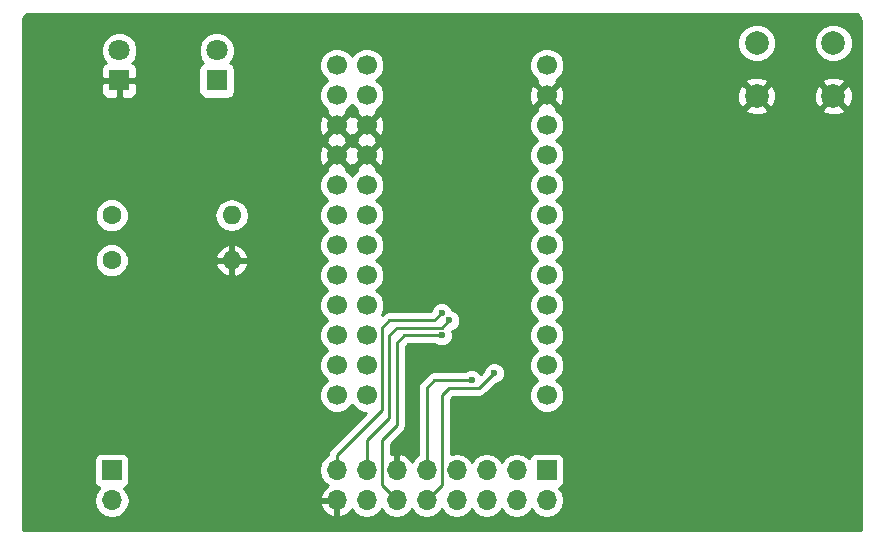
<source format=gbl>
G04 #@! TF.FileFunction,Copper,L2,Bot,Signal*
%FSLAX46Y46*%
G04 Gerber Fmt 4.6, Leading zero omitted, Abs format (unit mm)*
G04 Created by KiCad (PCBNEW 4.0.7) date 01/27/20 22:56:50*
%MOMM*%
%LPD*%
G01*
G04 APERTURE LIST*
%ADD10C,0.100000*%
%ADD11R,1.800000X1.800000*%
%ADD12C,1.800000*%
%ADD13R,1.700000X1.700000*%
%ADD14O,1.700000X1.700000*%
%ADD15C,1.600000*%
%ADD16O,1.600000X1.600000*%
%ADD17C,2.000000*%
%ADD18C,1.700000*%
%ADD19C,0.600000*%
%ADD20C,0.250000*%
%ADD21C,0.254000*%
G04 APERTURE END LIST*
D10*
D11*
X126365000Y-105410000D03*
D12*
X126365000Y-102870000D03*
D11*
X134620000Y-105410000D03*
D12*
X134620000Y-102870000D03*
D13*
X162560000Y-138430000D03*
D14*
X162560000Y-140970000D03*
X160020000Y-138430000D03*
X160020000Y-140970000D03*
X157480000Y-138430000D03*
X157480000Y-140970000D03*
X154940000Y-138430000D03*
X154940000Y-140970000D03*
X152400000Y-138430000D03*
X152400000Y-140970000D03*
X149860000Y-138430000D03*
X149860000Y-140970000D03*
X147320000Y-138430000D03*
X147320000Y-140970000D03*
X144780000Y-138430000D03*
X144780000Y-140970000D03*
D15*
X125730000Y-116840000D03*
D16*
X135890000Y-116840000D03*
D15*
X125730000Y-120650000D03*
D16*
X135890000Y-120650000D03*
D17*
X180340000Y-106735000D03*
X180340000Y-102235000D03*
X186840000Y-106735000D03*
X186840000Y-102235000D03*
D13*
X125730000Y-138430000D03*
D14*
X125730000Y-140970000D03*
D18*
X147320000Y-132080000D03*
X147320000Y-129540000D03*
X147320000Y-127000000D03*
X147320000Y-124460000D03*
X147320000Y-121920000D03*
X147320000Y-119380000D03*
X147320000Y-116840000D03*
X147320000Y-114300000D03*
X147320000Y-111760000D03*
X147320000Y-109220000D03*
X147320000Y-106680000D03*
X147320000Y-104140000D03*
X144780000Y-106680000D03*
X144780000Y-109220000D03*
X144780000Y-111760000D03*
X144780000Y-114300000D03*
X144780000Y-116840000D03*
X144780000Y-119380000D03*
X144780000Y-121920000D03*
X144780000Y-124460000D03*
X144780000Y-127000000D03*
X144780000Y-129540000D03*
X144780000Y-132080000D03*
X162560000Y-132080000D03*
X162560000Y-129540000D03*
X162560000Y-127000000D03*
X162560000Y-124460000D03*
X162560000Y-121920000D03*
X162560000Y-119380000D03*
X162560000Y-116840000D03*
X162560000Y-114300000D03*
X162560000Y-111760000D03*
X162560000Y-109220000D03*
X162560000Y-106680000D03*
X162560000Y-104140000D03*
X144780000Y-104140000D03*
D19*
X156210000Y-130810000D03*
X158115000Y-130175000D03*
X153670000Y-127000000D03*
X154305000Y-125730000D03*
X153670000Y-125095000D03*
D20*
X152400000Y-138430000D02*
X152400000Y-132715000D01*
X153035000Y-130810000D02*
X156210000Y-130810000D01*
X152400000Y-131445000D02*
X153035000Y-130810000D01*
X152400000Y-132715000D02*
X152400000Y-131445000D01*
X152400000Y-140970000D02*
X153670000Y-139700000D01*
X157480000Y-130810000D02*
X158115000Y-130175000D01*
X156845000Y-131445000D02*
X157480000Y-130810000D01*
X154305000Y-131445000D02*
X156845000Y-131445000D01*
X153670000Y-132080000D02*
X154305000Y-131445000D01*
X153670000Y-139700000D02*
X153670000Y-132080000D01*
X153670000Y-127000000D02*
X150495000Y-127000000D01*
X148590000Y-139700000D02*
X149860000Y-140970000D01*
X148590000Y-135890000D02*
X148590000Y-139700000D01*
X149860000Y-134620000D02*
X148590000Y-135890000D01*
X149860000Y-127635000D02*
X149860000Y-134620000D01*
X150495000Y-127000000D02*
X149860000Y-127635000D01*
X149225000Y-127000000D02*
X149860000Y-126365000D01*
X153670000Y-126365000D02*
X154305000Y-125730000D01*
X149860000Y-126365000D02*
X153670000Y-126365000D01*
X148590000Y-134620000D02*
X147320000Y-135890000D01*
X147320000Y-138430000D02*
X147320000Y-135890000D01*
X149225000Y-133985000D02*
X149225000Y-127000000D01*
X148590000Y-134620000D02*
X149225000Y-133985000D01*
X148590000Y-126365000D02*
X149225000Y-125730000D01*
X153035000Y-125730000D02*
X153670000Y-125095000D01*
X149225000Y-125730000D02*
X153035000Y-125730000D01*
X147955000Y-133985000D02*
X144780000Y-137160000D01*
X144780000Y-137160000D02*
X144780000Y-138430000D01*
X148590000Y-133350000D02*
X147955000Y-133985000D01*
X148590000Y-126365000D02*
X148590000Y-133350000D01*
D21*
G36*
X188803979Y-99825478D02*
X188981145Y-99943856D01*
X189099521Y-100121019D01*
X189155000Y-100399931D01*
X189155000Y-143435000D01*
X118185000Y-143435000D01*
X118185000Y-140970000D01*
X124215907Y-140970000D01*
X124328946Y-141538285D01*
X124650853Y-142020054D01*
X125132622Y-142341961D01*
X125700907Y-142455000D01*
X125759093Y-142455000D01*
X126327378Y-142341961D01*
X126809147Y-142020054D01*
X127131054Y-141538285D01*
X127173102Y-141326892D01*
X143338514Y-141326892D01*
X143584817Y-141851358D01*
X144013076Y-142241645D01*
X144423110Y-142411476D01*
X144653000Y-142290155D01*
X144653000Y-141097000D01*
X143459181Y-141097000D01*
X143338514Y-141326892D01*
X127173102Y-141326892D01*
X127244093Y-140970000D01*
X127131054Y-140401715D01*
X126809147Y-139919946D01*
X126767548Y-139892150D01*
X126815317Y-139883162D01*
X127031441Y-139744090D01*
X127176431Y-139531890D01*
X127227440Y-139280000D01*
X127227440Y-137580000D01*
X127183162Y-137344683D01*
X127044090Y-137128559D01*
X126831890Y-136983569D01*
X126580000Y-136932560D01*
X124880000Y-136932560D01*
X124644683Y-136976838D01*
X124428559Y-137115910D01*
X124283569Y-137328110D01*
X124232560Y-137580000D01*
X124232560Y-139280000D01*
X124276838Y-139515317D01*
X124415910Y-139731441D01*
X124628110Y-139876431D01*
X124695541Y-139890086D01*
X124650853Y-139919946D01*
X124328946Y-140401715D01*
X124215907Y-140970000D01*
X118185000Y-140970000D01*
X118185000Y-120934187D01*
X124294752Y-120934187D01*
X124512757Y-121461800D01*
X124916077Y-121865824D01*
X125443309Y-122084750D01*
X126014187Y-122085248D01*
X126541800Y-121867243D01*
X126945824Y-121463923D01*
X127138860Y-120999039D01*
X134498096Y-120999039D01*
X134658959Y-121387423D01*
X135034866Y-121802389D01*
X135540959Y-122041914D01*
X135763000Y-121920629D01*
X135763000Y-120777000D01*
X136017000Y-120777000D01*
X136017000Y-121920629D01*
X136239041Y-122041914D01*
X136745134Y-121802389D01*
X137121041Y-121387423D01*
X137281904Y-120999039D01*
X137159915Y-120777000D01*
X136017000Y-120777000D01*
X135763000Y-120777000D01*
X134620085Y-120777000D01*
X134498096Y-120999039D01*
X127138860Y-120999039D01*
X127164750Y-120936691D01*
X127165248Y-120365813D01*
X127138452Y-120300961D01*
X134498096Y-120300961D01*
X134620085Y-120523000D01*
X135763000Y-120523000D01*
X135763000Y-119379371D01*
X136017000Y-119379371D01*
X136017000Y-120523000D01*
X137159915Y-120523000D01*
X137281904Y-120300961D01*
X137121041Y-119912577D01*
X136745134Y-119497611D01*
X136239041Y-119258086D01*
X136017000Y-119379371D01*
X135763000Y-119379371D01*
X135540959Y-119258086D01*
X135034866Y-119497611D01*
X134658959Y-119912577D01*
X134498096Y-120300961D01*
X127138452Y-120300961D01*
X126947243Y-119838200D01*
X126543923Y-119434176D01*
X126016691Y-119215250D01*
X125445813Y-119214752D01*
X124918200Y-119432757D01*
X124514176Y-119836077D01*
X124295250Y-120363309D01*
X124294752Y-120934187D01*
X118185000Y-120934187D01*
X118185000Y-117124187D01*
X124294752Y-117124187D01*
X124512757Y-117651800D01*
X124916077Y-118055824D01*
X125443309Y-118274750D01*
X126014187Y-118275248D01*
X126541800Y-118057243D01*
X126945824Y-117653923D01*
X127164750Y-117126691D01*
X127165000Y-116840000D01*
X134426887Y-116840000D01*
X134536120Y-117389151D01*
X134847189Y-117854698D01*
X135312736Y-118165767D01*
X135861887Y-118275000D01*
X135918113Y-118275000D01*
X136467264Y-118165767D01*
X136932811Y-117854698D01*
X137243880Y-117389151D01*
X137353113Y-116840000D01*
X137243880Y-116290849D01*
X136932811Y-115825302D01*
X136467264Y-115514233D01*
X135918113Y-115405000D01*
X135861887Y-115405000D01*
X135312736Y-115514233D01*
X134847189Y-115825302D01*
X134536120Y-116290849D01*
X134426887Y-116840000D01*
X127165000Y-116840000D01*
X127165248Y-116555813D01*
X126947243Y-116028200D01*
X126543923Y-115624176D01*
X126016691Y-115405250D01*
X125445813Y-115404752D01*
X124918200Y-115622757D01*
X124514176Y-116026077D01*
X124295250Y-116553309D01*
X124294752Y-117124187D01*
X118185000Y-117124187D01*
X118185000Y-114594089D01*
X143294743Y-114594089D01*
X143520344Y-115140086D01*
X143937717Y-115558188D01*
X143965557Y-115569748D01*
X143939914Y-115580344D01*
X143521812Y-115997717D01*
X143295258Y-116543319D01*
X143294743Y-117134089D01*
X143520344Y-117680086D01*
X143937717Y-118098188D01*
X143965557Y-118109748D01*
X143939914Y-118120344D01*
X143521812Y-118537717D01*
X143295258Y-119083319D01*
X143294743Y-119674089D01*
X143520344Y-120220086D01*
X143937717Y-120638188D01*
X143965557Y-120649748D01*
X143939914Y-120660344D01*
X143521812Y-121077717D01*
X143295258Y-121623319D01*
X143294743Y-122214089D01*
X143520344Y-122760086D01*
X143937717Y-123178188D01*
X143965557Y-123189748D01*
X143939914Y-123200344D01*
X143521812Y-123617717D01*
X143295258Y-124163319D01*
X143294743Y-124754089D01*
X143520344Y-125300086D01*
X143937717Y-125718188D01*
X143965557Y-125729748D01*
X143939914Y-125740344D01*
X143521812Y-126157717D01*
X143295258Y-126703319D01*
X143294743Y-127294089D01*
X143520344Y-127840086D01*
X143937717Y-128258188D01*
X143965557Y-128269748D01*
X143939914Y-128280344D01*
X143521812Y-128697717D01*
X143295258Y-129243319D01*
X143294743Y-129834089D01*
X143520344Y-130380086D01*
X143937717Y-130798188D01*
X143965557Y-130809748D01*
X143939914Y-130820344D01*
X143521812Y-131237717D01*
X143295258Y-131783319D01*
X143294743Y-132374089D01*
X143520344Y-132920086D01*
X143937717Y-133338188D01*
X144483319Y-133564742D01*
X145074089Y-133565257D01*
X145620086Y-133339656D01*
X146038188Y-132922283D01*
X146049748Y-132894443D01*
X146060344Y-132920086D01*
X146477717Y-133338188D01*
X147023319Y-133564742D01*
X147300215Y-133564983D01*
X144242599Y-136622599D01*
X144077852Y-136869161D01*
X144020678Y-137156593D01*
X143729946Y-137350853D01*
X143408039Y-137832622D01*
X143295000Y-138400907D01*
X143295000Y-138459093D01*
X143408039Y-139027378D01*
X143729946Y-139509147D01*
X144013101Y-139698345D01*
X144013076Y-139698355D01*
X143584817Y-140088642D01*
X143338514Y-140613108D01*
X143459181Y-140843000D01*
X144653000Y-140843000D01*
X144653000Y-140823000D01*
X144907000Y-140823000D01*
X144907000Y-140843000D01*
X144927000Y-140843000D01*
X144927000Y-141097000D01*
X144907000Y-141097000D01*
X144907000Y-142290155D01*
X145136890Y-142411476D01*
X145546924Y-142241645D01*
X145975183Y-141851358D01*
X146042298Y-141708447D01*
X146269946Y-142049147D01*
X146751715Y-142371054D01*
X147320000Y-142484093D01*
X147888285Y-142371054D01*
X148370054Y-142049147D01*
X148590000Y-141719974D01*
X148809946Y-142049147D01*
X149291715Y-142371054D01*
X149860000Y-142484093D01*
X150428285Y-142371054D01*
X150910054Y-142049147D01*
X151130000Y-141719974D01*
X151349946Y-142049147D01*
X151831715Y-142371054D01*
X152400000Y-142484093D01*
X152968285Y-142371054D01*
X153450054Y-142049147D01*
X153670000Y-141719974D01*
X153889946Y-142049147D01*
X154371715Y-142371054D01*
X154940000Y-142484093D01*
X155508285Y-142371054D01*
X155990054Y-142049147D01*
X156210000Y-141719974D01*
X156429946Y-142049147D01*
X156911715Y-142371054D01*
X157480000Y-142484093D01*
X158048285Y-142371054D01*
X158530054Y-142049147D01*
X158750000Y-141719974D01*
X158969946Y-142049147D01*
X159451715Y-142371054D01*
X160020000Y-142484093D01*
X160588285Y-142371054D01*
X161070054Y-142049147D01*
X161290000Y-141719974D01*
X161509946Y-142049147D01*
X161991715Y-142371054D01*
X162560000Y-142484093D01*
X163128285Y-142371054D01*
X163610054Y-142049147D01*
X163931961Y-141567378D01*
X164045000Y-140999093D01*
X164045000Y-140940907D01*
X163931961Y-140372622D01*
X163610054Y-139890853D01*
X163608821Y-139890029D01*
X163645317Y-139883162D01*
X163861441Y-139744090D01*
X164006431Y-139531890D01*
X164057440Y-139280000D01*
X164057440Y-137580000D01*
X164013162Y-137344683D01*
X163874090Y-137128559D01*
X163661890Y-136983569D01*
X163410000Y-136932560D01*
X161710000Y-136932560D01*
X161474683Y-136976838D01*
X161258559Y-137115910D01*
X161113569Y-137328110D01*
X161099914Y-137395541D01*
X161070054Y-137350853D01*
X160588285Y-137028946D01*
X160020000Y-136915907D01*
X159451715Y-137028946D01*
X158969946Y-137350853D01*
X158750000Y-137680026D01*
X158530054Y-137350853D01*
X158048285Y-137028946D01*
X157480000Y-136915907D01*
X156911715Y-137028946D01*
X156429946Y-137350853D01*
X156210000Y-137680026D01*
X155990054Y-137350853D01*
X155508285Y-137028946D01*
X154940000Y-136915907D01*
X154430000Y-137017352D01*
X154430000Y-132394802D01*
X154619802Y-132205000D01*
X156845000Y-132205000D01*
X157135839Y-132147148D01*
X157382401Y-131982401D01*
X158254680Y-131110122D01*
X158300167Y-131110162D01*
X158643943Y-130968117D01*
X158907192Y-130705327D01*
X159049838Y-130361799D01*
X159050162Y-129989833D01*
X158908117Y-129646057D01*
X158645327Y-129382808D01*
X158301799Y-129240162D01*
X157929833Y-129239838D01*
X157586057Y-129381883D01*
X157322808Y-129644673D01*
X157180162Y-129988201D01*
X157180121Y-130035077D01*
X156968659Y-130246539D01*
X156740327Y-130017808D01*
X156396799Y-129875162D01*
X156024833Y-129874838D01*
X155681057Y-130016883D01*
X155647882Y-130050000D01*
X153035000Y-130050000D01*
X152744161Y-130107852D01*
X152497599Y-130272599D01*
X151862599Y-130907599D01*
X151697852Y-131154161D01*
X151640000Y-131445000D01*
X151640000Y-137157046D01*
X151349946Y-137350853D01*
X151122298Y-137691553D01*
X151055183Y-137548642D01*
X150626924Y-137158355D01*
X150216890Y-136988524D01*
X149987000Y-137109845D01*
X149987000Y-138303000D01*
X150007000Y-138303000D01*
X150007000Y-138557000D01*
X149987000Y-138557000D01*
X149987000Y-138577000D01*
X149733000Y-138577000D01*
X149733000Y-138557000D01*
X149713000Y-138557000D01*
X149713000Y-138303000D01*
X149733000Y-138303000D01*
X149733000Y-137109845D01*
X149503110Y-136988524D01*
X149350000Y-137051940D01*
X149350000Y-136204802D01*
X150397401Y-135157401D01*
X150562148Y-134910840D01*
X150620000Y-134620000D01*
X150620000Y-127949802D01*
X150809802Y-127760000D01*
X153107537Y-127760000D01*
X153139673Y-127792192D01*
X153483201Y-127934838D01*
X153855167Y-127935162D01*
X154198943Y-127793117D01*
X154462192Y-127530327D01*
X154604838Y-127186799D01*
X154605162Y-126814833D01*
X154535568Y-126646403D01*
X154833943Y-126523117D01*
X155097192Y-126260327D01*
X155239838Y-125916799D01*
X155240162Y-125544833D01*
X155098117Y-125201057D01*
X154835327Y-124937808D01*
X154571446Y-124828235D01*
X154463117Y-124566057D01*
X154200327Y-124302808D01*
X153856799Y-124160162D01*
X153484833Y-124159838D01*
X153141057Y-124301883D01*
X152877808Y-124564673D01*
X152735162Y-124908201D01*
X152735121Y-124955077D01*
X152720198Y-124970000D01*
X149225000Y-124970000D01*
X148934161Y-125027852D01*
X148687599Y-125192599D01*
X148578382Y-125301816D01*
X148804742Y-124756681D01*
X148805257Y-124165911D01*
X148579656Y-123619914D01*
X148162283Y-123201812D01*
X148134443Y-123190252D01*
X148160086Y-123179656D01*
X148578188Y-122762283D01*
X148804742Y-122216681D01*
X148805257Y-121625911D01*
X148579656Y-121079914D01*
X148162283Y-120661812D01*
X148134443Y-120650252D01*
X148160086Y-120639656D01*
X148578188Y-120222283D01*
X148804742Y-119676681D01*
X148805257Y-119085911D01*
X148579656Y-118539914D01*
X148162283Y-118121812D01*
X148134443Y-118110252D01*
X148160086Y-118099656D01*
X148578188Y-117682283D01*
X148804742Y-117136681D01*
X148805257Y-116545911D01*
X148579656Y-115999914D01*
X148162283Y-115581812D01*
X148134443Y-115570252D01*
X148160086Y-115559656D01*
X148578188Y-115142283D01*
X148804742Y-114596681D01*
X148805257Y-114005911D01*
X148579656Y-113459914D01*
X148162283Y-113041812D01*
X148114688Y-113022049D01*
X148184353Y-112803958D01*
X147320000Y-111939605D01*
X146455647Y-112803958D01*
X146525181Y-113021640D01*
X146479914Y-113040344D01*
X146061812Y-113457717D01*
X146050252Y-113485557D01*
X146039656Y-113459914D01*
X145622283Y-113041812D01*
X145574688Y-113022049D01*
X145644353Y-112803958D01*
X144780000Y-111939605D01*
X143915647Y-112803958D01*
X143985181Y-113021640D01*
X143939914Y-113040344D01*
X143521812Y-113457717D01*
X143295258Y-114003319D01*
X143294743Y-114594089D01*
X118185000Y-114594089D01*
X118185000Y-111531279D01*
X143283282Y-111531279D01*
X143309685Y-112121458D01*
X143484741Y-112544080D01*
X143736042Y-112624353D01*
X144600395Y-111760000D01*
X144959605Y-111760000D01*
X145823958Y-112624353D01*
X146050000Y-112552148D01*
X146276042Y-112624353D01*
X147140395Y-111760000D01*
X147499605Y-111760000D01*
X148363958Y-112624353D01*
X148615259Y-112544080D01*
X148816718Y-111988721D01*
X148790315Y-111398542D01*
X148615259Y-110975920D01*
X148363958Y-110895647D01*
X147499605Y-111760000D01*
X147140395Y-111760000D01*
X146276042Y-110895647D01*
X146050000Y-110967852D01*
X145823958Y-110895647D01*
X144959605Y-111760000D01*
X144600395Y-111760000D01*
X143736042Y-110895647D01*
X143484741Y-110975920D01*
X143283282Y-111531279D01*
X118185000Y-111531279D01*
X118185000Y-110263958D01*
X143915647Y-110263958D01*
X143987852Y-110490000D01*
X143915647Y-110716042D01*
X144780000Y-111580395D01*
X145644353Y-110716042D01*
X145572148Y-110490000D01*
X145644353Y-110263958D01*
X146455647Y-110263958D01*
X146527852Y-110490000D01*
X146455647Y-110716042D01*
X147320000Y-111580395D01*
X148184353Y-110716042D01*
X148112148Y-110490000D01*
X148184353Y-110263958D01*
X147320000Y-109399605D01*
X146455647Y-110263958D01*
X145644353Y-110263958D01*
X144780000Y-109399605D01*
X143915647Y-110263958D01*
X118185000Y-110263958D01*
X118185000Y-108991279D01*
X143283282Y-108991279D01*
X143309685Y-109581458D01*
X143484741Y-110004080D01*
X143736042Y-110084353D01*
X144600395Y-109220000D01*
X144959605Y-109220000D01*
X145823958Y-110084353D01*
X146050000Y-110012148D01*
X146276042Y-110084353D01*
X147140395Y-109220000D01*
X147499605Y-109220000D01*
X148363958Y-110084353D01*
X148615259Y-110004080D01*
X148793005Y-109514089D01*
X161074743Y-109514089D01*
X161300344Y-110060086D01*
X161717717Y-110478188D01*
X161745557Y-110489748D01*
X161719914Y-110500344D01*
X161301812Y-110917717D01*
X161075258Y-111463319D01*
X161074743Y-112054089D01*
X161300344Y-112600086D01*
X161717717Y-113018188D01*
X161745557Y-113029748D01*
X161719914Y-113040344D01*
X161301812Y-113457717D01*
X161075258Y-114003319D01*
X161074743Y-114594089D01*
X161300344Y-115140086D01*
X161717717Y-115558188D01*
X161745557Y-115569748D01*
X161719914Y-115580344D01*
X161301812Y-115997717D01*
X161075258Y-116543319D01*
X161074743Y-117134089D01*
X161300344Y-117680086D01*
X161717717Y-118098188D01*
X161745557Y-118109748D01*
X161719914Y-118120344D01*
X161301812Y-118537717D01*
X161075258Y-119083319D01*
X161074743Y-119674089D01*
X161300344Y-120220086D01*
X161717717Y-120638188D01*
X161745557Y-120649748D01*
X161719914Y-120660344D01*
X161301812Y-121077717D01*
X161075258Y-121623319D01*
X161074743Y-122214089D01*
X161300344Y-122760086D01*
X161717717Y-123178188D01*
X161745557Y-123189748D01*
X161719914Y-123200344D01*
X161301812Y-123617717D01*
X161075258Y-124163319D01*
X161074743Y-124754089D01*
X161300344Y-125300086D01*
X161717717Y-125718188D01*
X161745557Y-125729748D01*
X161719914Y-125740344D01*
X161301812Y-126157717D01*
X161075258Y-126703319D01*
X161074743Y-127294089D01*
X161300344Y-127840086D01*
X161717717Y-128258188D01*
X161745557Y-128269748D01*
X161719914Y-128280344D01*
X161301812Y-128697717D01*
X161075258Y-129243319D01*
X161074743Y-129834089D01*
X161300344Y-130380086D01*
X161717717Y-130798188D01*
X161745557Y-130809748D01*
X161719914Y-130820344D01*
X161301812Y-131237717D01*
X161075258Y-131783319D01*
X161074743Y-132374089D01*
X161300344Y-132920086D01*
X161717717Y-133338188D01*
X162263319Y-133564742D01*
X162854089Y-133565257D01*
X163400086Y-133339656D01*
X163818188Y-132922283D01*
X164044742Y-132376681D01*
X164045257Y-131785911D01*
X163819656Y-131239914D01*
X163402283Y-130821812D01*
X163374443Y-130810252D01*
X163400086Y-130799656D01*
X163818188Y-130382283D01*
X164044742Y-129836681D01*
X164045257Y-129245911D01*
X163819656Y-128699914D01*
X163402283Y-128281812D01*
X163374443Y-128270252D01*
X163400086Y-128259656D01*
X163818188Y-127842283D01*
X164044742Y-127296681D01*
X164045257Y-126705911D01*
X163819656Y-126159914D01*
X163402283Y-125741812D01*
X163374443Y-125730252D01*
X163400086Y-125719656D01*
X163818188Y-125302283D01*
X164044742Y-124756681D01*
X164045257Y-124165911D01*
X163819656Y-123619914D01*
X163402283Y-123201812D01*
X163374443Y-123190252D01*
X163400086Y-123179656D01*
X163818188Y-122762283D01*
X164044742Y-122216681D01*
X164045257Y-121625911D01*
X163819656Y-121079914D01*
X163402283Y-120661812D01*
X163374443Y-120650252D01*
X163400086Y-120639656D01*
X163818188Y-120222283D01*
X164044742Y-119676681D01*
X164045257Y-119085911D01*
X163819656Y-118539914D01*
X163402283Y-118121812D01*
X163374443Y-118110252D01*
X163400086Y-118099656D01*
X163818188Y-117682283D01*
X164044742Y-117136681D01*
X164045257Y-116545911D01*
X163819656Y-115999914D01*
X163402283Y-115581812D01*
X163374443Y-115570252D01*
X163400086Y-115559656D01*
X163818188Y-115142283D01*
X164044742Y-114596681D01*
X164045257Y-114005911D01*
X163819656Y-113459914D01*
X163402283Y-113041812D01*
X163374443Y-113030252D01*
X163400086Y-113019656D01*
X163818188Y-112602283D01*
X164044742Y-112056681D01*
X164045257Y-111465911D01*
X163819656Y-110919914D01*
X163402283Y-110501812D01*
X163374443Y-110490252D01*
X163400086Y-110479656D01*
X163818188Y-110062283D01*
X164044742Y-109516681D01*
X164045257Y-108925911D01*
X163819656Y-108379914D01*
X163402283Y-107961812D01*
X163354688Y-107942049D01*
X163372102Y-107887532D01*
X179367073Y-107887532D01*
X179465736Y-108154387D01*
X180075461Y-108380908D01*
X180725460Y-108356856D01*
X181214264Y-108154387D01*
X181312927Y-107887532D01*
X185867073Y-107887532D01*
X185965736Y-108154387D01*
X186575461Y-108380908D01*
X187225460Y-108356856D01*
X187714264Y-108154387D01*
X187812927Y-107887532D01*
X186840000Y-106914605D01*
X185867073Y-107887532D01*
X181312927Y-107887532D01*
X180340000Y-106914605D01*
X179367073Y-107887532D01*
X163372102Y-107887532D01*
X163424353Y-107723958D01*
X162560000Y-106859605D01*
X161695647Y-107723958D01*
X161765181Y-107941640D01*
X161719914Y-107960344D01*
X161301812Y-108377717D01*
X161075258Y-108923319D01*
X161074743Y-109514089D01*
X148793005Y-109514089D01*
X148816718Y-109448721D01*
X148790315Y-108858542D01*
X148615259Y-108435920D01*
X148363958Y-108355647D01*
X147499605Y-109220000D01*
X147140395Y-109220000D01*
X146276042Y-108355647D01*
X146050000Y-108427852D01*
X145823958Y-108355647D01*
X144959605Y-109220000D01*
X144600395Y-109220000D01*
X143736042Y-108355647D01*
X143484741Y-108435920D01*
X143283282Y-108991279D01*
X118185000Y-108991279D01*
X118185000Y-105695750D01*
X124830000Y-105695750D01*
X124830000Y-106436309D01*
X124926673Y-106669698D01*
X125105301Y-106848327D01*
X125338690Y-106945000D01*
X126079250Y-106945000D01*
X126238000Y-106786250D01*
X126238000Y-105537000D01*
X126492000Y-105537000D01*
X126492000Y-106786250D01*
X126650750Y-106945000D01*
X127391310Y-106945000D01*
X127624699Y-106848327D01*
X127803327Y-106669698D01*
X127900000Y-106436309D01*
X127900000Y-105695750D01*
X127741250Y-105537000D01*
X126492000Y-105537000D01*
X126238000Y-105537000D01*
X124988750Y-105537000D01*
X124830000Y-105695750D01*
X118185000Y-105695750D01*
X118185000Y-103173991D01*
X124829735Y-103173991D01*
X125062932Y-103738371D01*
X125240092Y-103915841D01*
X125105301Y-103971673D01*
X124926673Y-104150302D01*
X124830000Y-104383691D01*
X124830000Y-105124250D01*
X124988750Y-105283000D01*
X126238000Y-105283000D01*
X126238000Y-105263000D01*
X126492000Y-105263000D01*
X126492000Y-105283000D01*
X127741250Y-105283000D01*
X127900000Y-105124250D01*
X127900000Y-104510000D01*
X133072560Y-104510000D01*
X133072560Y-106310000D01*
X133116838Y-106545317D01*
X133255910Y-106761441D01*
X133468110Y-106906431D01*
X133720000Y-106957440D01*
X135520000Y-106957440D01*
X135755317Y-106913162D01*
X135971441Y-106774090D01*
X136116431Y-106561890D01*
X136167440Y-106310000D01*
X136167440Y-104510000D01*
X136153157Y-104434089D01*
X143294743Y-104434089D01*
X143520344Y-104980086D01*
X143937717Y-105398188D01*
X143965557Y-105409748D01*
X143939914Y-105420344D01*
X143521812Y-105837717D01*
X143295258Y-106383319D01*
X143294743Y-106974089D01*
X143520344Y-107520086D01*
X143937717Y-107938188D01*
X143985312Y-107957951D01*
X143915647Y-108176042D01*
X144780000Y-109040395D01*
X145644353Y-108176042D01*
X145574819Y-107958360D01*
X145620086Y-107939656D01*
X146038188Y-107522283D01*
X146049748Y-107494443D01*
X146060344Y-107520086D01*
X146477717Y-107938188D01*
X146525312Y-107957951D01*
X146455647Y-108176042D01*
X147320000Y-109040395D01*
X148184353Y-108176042D01*
X148114819Y-107958360D01*
X148160086Y-107939656D01*
X148578188Y-107522283D01*
X148804742Y-106976681D01*
X148805200Y-106451279D01*
X161063282Y-106451279D01*
X161089685Y-107041458D01*
X161264741Y-107464080D01*
X161516042Y-107544353D01*
X162380395Y-106680000D01*
X162739605Y-106680000D01*
X163603958Y-107544353D01*
X163855259Y-107464080D01*
X164056718Y-106908721D01*
X164037112Y-106470461D01*
X178694092Y-106470461D01*
X178718144Y-107120460D01*
X178920613Y-107609264D01*
X179187468Y-107707927D01*
X180160395Y-106735000D01*
X180519605Y-106735000D01*
X181492532Y-107707927D01*
X181759387Y-107609264D01*
X181985908Y-106999539D01*
X181966331Y-106470461D01*
X185194092Y-106470461D01*
X185218144Y-107120460D01*
X185420613Y-107609264D01*
X185687468Y-107707927D01*
X186660395Y-106735000D01*
X187019605Y-106735000D01*
X187992532Y-107707927D01*
X188259387Y-107609264D01*
X188485908Y-106999539D01*
X188461856Y-106349540D01*
X188259387Y-105860736D01*
X187992532Y-105762073D01*
X187019605Y-106735000D01*
X186660395Y-106735000D01*
X185687468Y-105762073D01*
X185420613Y-105860736D01*
X185194092Y-106470461D01*
X181966331Y-106470461D01*
X181961856Y-106349540D01*
X181759387Y-105860736D01*
X181492532Y-105762073D01*
X180519605Y-106735000D01*
X180160395Y-106735000D01*
X179187468Y-105762073D01*
X178920613Y-105860736D01*
X178694092Y-106470461D01*
X164037112Y-106470461D01*
X164030315Y-106318542D01*
X163855259Y-105895920D01*
X163603958Y-105815647D01*
X162739605Y-106680000D01*
X162380395Y-106680000D01*
X161516042Y-105815647D01*
X161264741Y-105895920D01*
X161063282Y-106451279D01*
X148805200Y-106451279D01*
X148805257Y-106385911D01*
X148579656Y-105839914D01*
X148162283Y-105421812D01*
X148134443Y-105410252D01*
X148160086Y-105399656D01*
X148578188Y-104982283D01*
X148804742Y-104436681D01*
X148804744Y-104434089D01*
X161074743Y-104434089D01*
X161300344Y-104980086D01*
X161717717Y-105398188D01*
X161765312Y-105417951D01*
X161695647Y-105636042D01*
X162560000Y-106500395D01*
X163424353Y-105636042D01*
X163407240Y-105582468D01*
X179367073Y-105582468D01*
X180340000Y-106555395D01*
X181312927Y-105582468D01*
X185867073Y-105582468D01*
X186840000Y-106555395D01*
X187812927Y-105582468D01*
X187714264Y-105315613D01*
X187104539Y-105089092D01*
X186454540Y-105113144D01*
X185965736Y-105315613D01*
X185867073Y-105582468D01*
X181312927Y-105582468D01*
X181214264Y-105315613D01*
X180604539Y-105089092D01*
X179954540Y-105113144D01*
X179465736Y-105315613D01*
X179367073Y-105582468D01*
X163407240Y-105582468D01*
X163354819Y-105418360D01*
X163400086Y-105399656D01*
X163818188Y-104982283D01*
X164044742Y-104436681D01*
X164045257Y-103845911D01*
X163819656Y-103299914D01*
X163402283Y-102881812D01*
X162856681Y-102655258D01*
X162265911Y-102654743D01*
X161719914Y-102880344D01*
X161301812Y-103297717D01*
X161075258Y-103843319D01*
X161074743Y-104434089D01*
X148804744Y-104434089D01*
X148805257Y-103845911D01*
X148579656Y-103299914D01*
X148162283Y-102881812D01*
X147616681Y-102655258D01*
X147025911Y-102654743D01*
X146479914Y-102880344D01*
X146061812Y-103297717D01*
X146050252Y-103325557D01*
X146039656Y-103299914D01*
X145622283Y-102881812D01*
X145076681Y-102655258D01*
X144485911Y-102654743D01*
X143939914Y-102880344D01*
X143521812Y-103297717D01*
X143295258Y-103843319D01*
X143294743Y-104434089D01*
X136153157Y-104434089D01*
X136123162Y-104274683D01*
X135984090Y-104058559D01*
X135771890Y-103913569D01*
X135751466Y-103909433D01*
X135920551Y-103740643D01*
X136154733Y-103176670D01*
X136155265Y-102566009D01*
X136152285Y-102558795D01*
X178704716Y-102558795D01*
X178953106Y-103159943D01*
X179412637Y-103620278D01*
X180013352Y-103869716D01*
X180663795Y-103870284D01*
X181264943Y-103621894D01*
X181725278Y-103162363D01*
X181974716Y-102561648D01*
X181974718Y-102558795D01*
X185204716Y-102558795D01*
X185453106Y-103159943D01*
X185912637Y-103620278D01*
X186513352Y-103869716D01*
X187163795Y-103870284D01*
X187764943Y-103621894D01*
X188225278Y-103162363D01*
X188474716Y-102561648D01*
X188475284Y-101911205D01*
X188226894Y-101310057D01*
X187767363Y-100849722D01*
X187166648Y-100600284D01*
X186516205Y-100599716D01*
X185915057Y-100848106D01*
X185454722Y-101307637D01*
X185205284Y-101908352D01*
X185204716Y-102558795D01*
X181974718Y-102558795D01*
X181975284Y-101911205D01*
X181726894Y-101310057D01*
X181267363Y-100849722D01*
X180666648Y-100600284D01*
X180016205Y-100599716D01*
X179415057Y-100848106D01*
X178954722Y-101307637D01*
X178705284Y-101908352D01*
X178704716Y-102558795D01*
X136152285Y-102558795D01*
X135922068Y-102001629D01*
X135490643Y-101569449D01*
X134926670Y-101335267D01*
X134316009Y-101334735D01*
X133751629Y-101567932D01*
X133319449Y-101999357D01*
X133085267Y-102563330D01*
X133084735Y-103173991D01*
X133317932Y-103738371D01*
X133485880Y-103906613D01*
X133484683Y-103906838D01*
X133268559Y-104045910D01*
X133123569Y-104258110D01*
X133072560Y-104510000D01*
X127900000Y-104510000D01*
X127900000Y-104383691D01*
X127803327Y-104150302D01*
X127624699Y-103971673D01*
X127490006Y-103915881D01*
X127665551Y-103740643D01*
X127899733Y-103176670D01*
X127900265Y-102566009D01*
X127667068Y-102001629D01*
X127235643Y-101569449D01*
X126671670Y-101335267D01*
X126061009Y-101334735D01*
X125496629Y-101567932D01*
X125064449Y-101999357D01*
X124830267Y-102563330D01*
X124829735Y-103173991D01*
X118185000Y-103173991D01*
X118185000Y-100399930D01*
X118240478Y-100121021D01*
X118358856Y-99943855D01*
X118536019Y-99825479D01*
X118814931Y-99770000D01*
X188525070Y-99770000D01*
X188803979Y-99825478D01*
X188803979Y-99825478D01*
G37*
X188803979Y-99825478D02*
X188981145Y-99943856D01*
X189099521Y-100121019D01*
X189155000Y-100399931D01*
X189155000Y-143435000D01*
X118185000Y-143435000D01*
X118185000Y-140970000D01*
X124215907Y-140970000D01*
X124328946Y-141538285D01*
X124650853Y-142020054D01*
X125132622Y-142341961D01*
X125700907Y-142455000D01*
X125759093Y-142455000D01*
X126327378Y-142341961D01*
X126809147Y-142020054D01*
X127131054Y-141538285D01*
X127173102Y-141326892D01*
X143338514Y-141326892D01*
X143584817Y-141851358D01*
X144013076Y-142241645D01*
X144423110Y-142411476D01*
X144653000Y-142290155D01*
X144653000Y-141097000D01*
X143459181Y-141097000D01*
X143338514Y-141326892D01*
X127173102Y-141326892D01*
X127244093Y-140970000D01*
X127131054Y-140401715D01*
X126809147Y-139919946D01*
X126767548Y-139892150D01*
X126815317Y-139883162D01*
X127031441Y-139744090D01*
X127176431Y-139531890D01*
X127227440Y-139280000D01*
X127227440Y-137580000D01*
X127183162Y-137344683D01*
X127044090Y-137128559D01*
X126831890Y-136983569D01*
X126580000Y-136932560D01*
X124880000Y-136932560D01*
X124644683Y-136976838D01*
X124428559Y-137115910D01*
X124283569Y-137328110D01*
X124232560Y-137580000D01*
X124232560Y-139280000D01*
X124276838Y-139515317D01*
X124415910Y-139731441D01*
X124628110Y-139876431D01*
X124695541Y-139890086D01*
X124650853Y-139919946D01*
X124328946Y-140401715D01*
X124215907Y-140970000D01*
X118185000Y-140970000D01*
X118185000Y-120934187D01*
X124294752Y-120934187D01*
X124512757Y-121461800D01*
X124916077Y-121865824D01*
X125443309Y-122084750D01*
X126014187Y-122085248D01*
X126541800Y-121867243D01*
X126945824Y-121463923D01*
X127138860Y-120999039D01*
X134498096Y-120999039D01*
X134658959Y-121387423D01*
X135034866Y-121802389D01*
X135540959Y-122041914D01*
X135763000Y-121920629D01*
X135763000Y-120777000D01*
X136017000Y-120777000D01*
X136017000Y-121920629D01*
X136239041Y-122041914D01*
X136745134Y-121802389D01*
X137121041Y-121387423D01*
X137281904Y-120999039D01*
X137159915Y-120777000D01*
X136017000Y-120777000D01*
X135763000Y-120777000D01*
X134620085Y-120777000D01*
X134498096Y-120999039D01*
X127138860Y-120999039D01*
X127164750Y-120936691D01*
X127165248Y-120365813D01*
X127138452Y-120300961D01*
X134498096Y-120300961D01*
X134620085Y-120523000D01*
X135763000Y-120523000D01*
X135763000Y-119379371D01*
X136017000Y-119379371D01*
X136017000Y-120523000D01*
X137159915Y-120523000D01*
X137281904Y-120300961D01*
X137121041Y-119912577D01*
X136745134Y-119497611D01*
X136239041Y-119258086D01*
X136017000Y-119379371D01*
X135763000Y-119379371D01*
X135540959Y-119258086D01*
X135034866Y-119497611D01*
X134658959Y-119912577D01*
X134498096Y-120300961D01*
X127138452Y-120300961D01*
X126947243Y-119838200D01*
X126543923Y-119434176D01*
X126016691Y-119215250D01*
X125445813Y-119214752D01*
X124918200Y-119432757D01*
X124514176Y-119836077D01*
X124295250Y-120363309D01*
X124294752Y-120934187D01*
X118185000Y-120934187D01*
X118185000Y-117124187D01*
X124294752Y-117124187D01*
X124512757Y-117651800D01*
X124916077Y-118055824D01*
X125443309Y-118274750D01*
X126014187Y-118275248D01*
X126541800Y-118057243D01*
X126945824Y-117653923D01*
X127164750Y-117126691D01*
X127165000Y-116840000D01*
X134426887Y-116840000D01*
X134536120Y-117389151D01*
X134847189Y-117854698D01*
X135312736Y-118165767D01*
X135861887Y-118275000D01*
X135918113Y-118275000D01*
X136467264Y-118165767D01*
X136932811Y-117854698D01*
X137243880Y-117389151D01*
X137353113Y-116840000D01*
X137243880Y-116290849D01*
X136932811Y-115825302D01*
X136467264Y-115514233D01*
X135918113Y-115405000D01*
X135861887Y-115405000D01*
X135312736Y-115514233D01*
X134847189Y-115825302D01*
X134536120Y-116290849D01*
X134426887Y-116840000D01*
X127165000Y-116840000D01*
X127165248Y-116555813D01*
X126947243Y-116028200D01*
X126543923Y-115624176D01*
X126016691Y-115405250D01*
X125445813Y-115404752D01*
X124918200Y-115622757D01*
X124514176Y-116026077D01*
X124295250Y-116553309D01*
X124294752Y-117124187D01*
X118185000Y-117124187D01*
X118185000Y-114594089D01*
X143294743Y-114594089D01*
X143520344Y-115140086D01*
X143937717Y-115558188D01*
X143965557Y-115569748D01*
X143939914Y-115580344D01*
X143521812Y-115997717D01*
X143295258Y-116543319D01*
X143294743Y-117134089D01*
X143520344Y-117680086D01*
X143937717Y-118098188D01*
X143965557Y-118109748D01*
X143939914Y-118120344D01*
X143521812Y-118537717D01*
X143295258Y-119083319D01*
X143294743Y-119674089D01*
X143520344Y-120220086D01*
X143937717Y-120638188D01*
X143965557Y-120649748D01*
X143939914Y-120660344D01*
X143521812Y-121077717D01*
X143295258Y-121623319D01*
X143294743Y-122214089D01*
X143520344Y-122760086D01*
X143937717Y-123178188D01*
X143965557Y-123189748D01*
X143939914Y-123200344D01*
X143521812Y-123617717D01*
X143295258Y-124163319D01*
X143294743Y-124754089D01*
X143520344Y-125300086D01*
X143937717Y-125718188D01*
X143965557Y-125729748D01*
X143939914Y-125740344D01*
X143521812Y-126157717D01*
X143295258Y-126703319D01*
X143294743Y-127294089D01*
X143520344Y-127840086D01*
X143937717Y-128258188D01*
X143965557Y-128269748D01*
X143939914Y-128280344D01*
X143521812Y-128697717D01*
X143295258Y-129243319D01*
X143294743Y-129834089D01*
X143520344Y-130380086D01*
X143937717Y-130798188D01*
X143965557Y-130809748D01*
X143939914Y-130820344D01*
X143521812Y-131237717D01*
X143295258Y-131783319D01*
X143294743Y-132374089D01*
X143520344Y-132920086D01*
X143937717Y-133338188D01*
X144483319Y-133564742D01*
X145074089Y-133565257D01*
X145620086Y-133339656D01*
X146038188Y-132922283D01*
X146049748Y-132894443D01*
X146060344Y-132920086D01*
X146477717Y-133338188D01*
X147023319Y-133564742D01*
X147300215Y-133564983D01*
X144242599Y-136622599D01*
X144077852Y-136869161D01*
X144020678Y-137156593D01*
X143729946Y-137350853D01*
X143408039Y-137832622D01*
X143295000Y-138400907D01*
X143295000Y-138459093D01*
X143408039Y-139027378D01*
X143729946Y-139509147D01*
X144013101Y-139698345D01*
X144013076Y-139698355D01*
X143584817Y-140088642D01*
X143338514Y-140613108D01*
X143459181Y-140843000D01*
X144653000Y-140843000D01*
X144653000Y-140823000D01*
X144907000Y-140823000D01*
X144907000Y-140843000D01*
X144927000Y-140843000D01*
X144927000Y-141097000D01*
X144907000Y-141097000D01*
X144907000Y-142290155D01*
X145136890Y-142411476D01*
X145546924Y-142241645D01*
X145975183Y-141851358D01*
X146042298Y-141708447D01*
X146269946Y-142049147D01*
X146751715Y-142371054D01*
X147320000Y-142484093D01*
X147888285Y-142371054D01*
X148370054Y-142049147D01*
X148590000Y-141719974D01*
X148809946Y-142049147D01*
X149291715Y-142371054D01*
X149860000Y-142484093D01*
X150428285Y-142371054D01*
X150910054Y-142049147D01*
X151130000Y-141719974D01*
X151349946Y-142049147D01*
X151831715Y-142371054D01*
X152400000Y-142484093D01*
X152968285Y-142371054D01*
X153450054Y-142049147D01*
X153670000Y-141719974D01*
X153889946Y-142049147D01*
X154371715Y-142371054D01*
X154940000Y-142484093D01*
X155508285Y-142371054D01*
X155990054Y-142049147D01*
X156210000Y-141719974D01*
X156429946Y-142049147D01*
X156911715Y-142371054D01*
X157480000Y-142484093D01*
X158048285Y-142371054D01*
X158530054Y-142049147D01*
X158750000Y-141719974D01*
X158969946Y-142049147D01*
X159451715Y-142371054D01*
X160020000Y-142484093D01*
X160588285Y-142371054D01*
X161070054Y-142049147D01*
X161290000Y-141719974D01*
X161509946Y-142049147D01*
X161991715Y-142371054D01*
X162560000Y-142484093D01*
X163128285Y-142371054D01*
X163610054Y-142049147D01*
X163931961Y-141567378D01*
X164045000Y-140999093D01*
X164045000Y-140940907D01*
X163931961Y-140372622D01*
X163610054Y-139890853D01*
X163608821Y-139890029D01*
X163645317Y-139883162D01*
X163861441Y-139744090D01*
X164006431Y-139531890D01*
X164057440Y-139280000D01*
X164057440Y-137580000D01*
X164013162Y-137344683D01*
X163874090Y-137128559D01*
X163661890Y-136983569D01*
X163410000Y-136932560D01*
X161710000Y-136932560D01*
X161474683Y-136976838D01*
X161258559Y-137115910D01*
X161113569Y-137328110D01*
X161099914Y-137395541D01*
X161070054Y-137350853D01*
X160588285Y-137028946D01*
X160020000Y-136915907D01*
X159451715Y-137028946D01*
X158969946Y-137350853D01*
X158750000Y-137680026D01*
X158530054Y-137350853D01*
X158048285Y-137028946D01*
X157480000Y-136915907D01*
X156911715Y-137028946D01*
X156429946Y-137350853D01*
X156210000Y-137680026D01*
X155990054Y-137350853D01*
X155508285Y-137028946D01*
X154940000Y-136915907D01*
X154430000Y-137017352D01*
X154430000Y-132394802D01*
X154619802Y-132205000D01*
X156845000Y-132205000D01*
X157135839Y-132147148D01*
X157382401Y-131982401D01*
X158254680Y-131110122D01*
X158300167Y-131110162D01*
X158643943Y-130968117D01*
X158907192Y-130705327D01*
X159049838Y-130361799D01*
X159050162Y-129989833D01*
X158908117Y-129646057D01*
X158645327Y-129382808D01*
X158301799Y-129240162D01*
X157929833Y-129239838D01*
X157586057Y-129381883D01*
X157322808Y-129644673D01*
X157180162Y-129988201D01*
X157180121Y-130035077D01*
X156968659Y-130246539D01*
X156740327Y-130017808D01*
X156396799Y-129875162D01*
X156024833Y-129874838D01*
X155681057Y-130016883D01*
X155647882Y-130050000D01*
X153035000Y-130050000D01*
X152744161Y-130107852D01*
X152497599Y-130272599D01*
X151862599Y-130907599D01*
X151697852Y-131154161D01*
X151640000Y-131445000D01*
X151640000Y-137157046D01*
X151349946Y-137350853D01*
X151122298Y-137691553D01*
X151055183Y-137548642D01*
X150626924Y-137158355D01*
X150216890Y-136988524D01*
X149987000Y-137109845D01*
X149987000Y-138303000D01*
X150007000Y-138303000D01*
X150007000Y-138557000D01*
X149987000Y-138557000D01*
X149987000Y-138577000D01*
X149733000Y-138577000D01*
X149733000Y-138557000D01*
X149713000Y-138557000D01*
X149713000Y-138303000D01*
X149733000Y-138303000D01*
X149733000Y-137109845D01*
X149503110Y-136988524D01*
X149350000Y-137051940D01*
X149350000Y-136204802D01*
X150397401Y-135157401D01*
X150562148Y-134910840D01*
X150620000Y-134620000D01*
X150620000Y-127949802D01*
X150809802Y-127760000D01*
X153107537Y-127760000D01*
X153139673Y-127792192D01*
X153483201Y-127934838D01*
X153855167Y-127935162D01*
X154198943Y-127793117D01*
X154462192Y-127530327D01*
X154604838Y-127186799D01*
X154605162Y-126814833D01*
X154535568Y-126646403D01*
X154833943Y-126523117D01*
X155097192Y-126260327D01*
X155239838Y-125916799D01*
X155240162Y-125544833D01*
X155098117Y-125201057D01*
X154835327Y-124937808D01*
X154571446Y-124828235D01*
X154463117Y-124566057D01*
X154200327Y-124302808D01*
X153856799Y-124160162D01*
X153484833Y-124159838D01*
X153141057Y-124301883D01*
X152877808Y-124564673D01*
X152735162Y-124908201D01*
X152735121Y-124955077D01*
X152720198Y-124970000D01*
X149225000Y-124970000D01*
X148934161Y-125027852D01*
X148687599Y-125192599D01*
X148578382Y-125301816D01*
X148804742Y-124756681D01*
X148805257Y-124165911D01*
X148579656Y-123619914D01*
X148162283Y-123201812D01*
X148134443Y-123190252D01*
X148160086Y-123179656D01*
X148578188Y-122762283D01*
X148804742Y-122216681D01*
X148805257Y-121625911D01*
X148579656Y-121079914D01*
X148162283Y-120661812D01*
X148134443Y-120650252D01*
X148160086Y-120639656D01*
X148578188Y-120222283D01*
X148804742Y-119676681D01*
X148805257Y-119085911D01*
X148579656Y-118539914D01*
X148162283Y-118121812D01*
X148134443Y-118110252D01*
X148160086Y-118099656D01*
X148578188Y-117682283D01*
X148804742Y-117136681D01*
X148805257Y-116545911D01*
X148579656Y-115999914D01*
X148162283Y-115581812D01*
X148134443Y-115570252D01*
X148160086Y-115559656D01*
X148578188Y-115142283D01*
X148804742Y-114596681D01*
X148805257Y-114005911D01*
X148579656Y-113459914D01*
X148162283Y-113041812D01*
X148114688Y-113022049D01*
X148184353Y-112803958D01*
X147320000Y-111939605D01*
X146455647Y-112803958D01*
X146525181Y-113021640D01*
X146479914Y-113040344D01*
X146061812Y-113457717D01*
X146050252Y-113485557D01*
X146039656Y-113459914D01*
X145622283Y-113041812D01*
X145574688Y-113022049D01*
X145644353Y-112803958D01*
X144780000Y-111939605D01*
X143915647Y-112803958D01*
X143985181Y-113021640D01*
X143939914Y-113040344D01*
X143521812Y-113457717D01*
X143295258Y-114003319D01*
X143294743Y-114594089D01*
X118185000Y-114594089D01*
X118185000Y-111531279D01*
X143283282Y-111531279D01*
X143309685Y-112121458D01*
X143484741Y-112544080D01*
X143736042Y-112624353D01*
X144600395Y-111760000D01*
X144959605Y-111760000D01*
X145823958Y-112624353D01*
X146050000Y-112552148D01*
X146276042Y-112624353D01*
X147140395Y-111760000D01*
X147499605Y-111760000D01*
X148363958Y-112624353D01*
X148615259Y-112544080D01*
X148816718Y-111988721D01*
X148790315Y-111398542D01*
X148615259Y-110975920D01*
X148363958Y-110895647D01*
X147499605Y-111760000D01*
X147140395Y-111760000D01*
X146276042Y-110895647D01*
X146050000Y-110967852D01*
X145823958Y-110895647D01*
X144959605Y-111760000D01*
X144600395Y-111760000D01*
X143736042Y-110895647D01*
X143484741Y-110975920D01*
X143283282Y-111531279D01*
X118185000Y-111531279D01*
X118185000Y-110263958D01*
X143915647Y-110263958D01*
X143987852Y-110490000D01*
X143915647Y-110716042D01*
X144780000Y-111580395D01*
X145644353Y-110716042D01*
X145572148Y-110490000D01*
X145644353Y-110263958D01*
X146455647Y-110263958D01*
X146527852Y-110490000D01*
X146455647Y-110716042D01*
X147320000Y-111580395D01*
X148184353Y-110716042D01*
X148112148Y-110490000D01*
X148184353Y-110263958D01*
X147320000Y-109399605D01*
X146455647Y-110263958D01*
X145644353Y-110263958D01*
X144780000Y-109399605D01*
X143915647Y-110263958D01*
X118185000Y-110263958D01*
X118185000Y-108991279D01*
X143283282Y-108991279D01*
X143309685Y-109581458D01*
X143484741Y-110004080D01*
X143736042Y-110084353D01*
X144600395Y-109220000D01*
X144959605Y-109220000D01*
X145823958Y-110084353D01*
X146050000Y-110012148D01*
X146276042Y-110084353D01*
X147140395Y-109220000D01*
X147499605Y-109220000D01*
X148363958Y-110084353D01*
X148615259Y-110004080D01*
X148793005Y-109514089D01*
X161074743Y-109514089D01*
X161300344Y-110060086D01*
X161717717Y-110478188D01*
X161745557Y-110489748D01*
X161719914Y-110500344D01*
X161301812Y-110917717D01*
X161075258Y-111463319D01*
X161074743Y-112054089D01*
X161300344Y-112600086D01*
X161717717Y-113018188D01*
X161745557Y-113029748D01*
X161719914Y-113040344D01*
X161301812Y-113457717D01*
X161075258Y-114003319D01*
X161074743Y-114594089D01*
X161300344Y-115140086D01*
X161717717Y-115558188D01*
X161745557Y-115569748D01*
X161719914Y-115580344D01*
X161301812Y-115997717D01*
X161075258Y-116543319D01*
X161074743Y-117134089D01*
X161300344Y-117680086D01*
X161717717Y-118098188D01*
X161745557Y-118109748D01*
X161719914Y-118120344D01*
X161301812Y-118537717D01*
X161075258Y-119083319D01*
X161074743Y-119674089D01*
X161300344Y-120220086D01*
X161717717Y-120638188D01*
X161745557Y-120649748D01*
X161719914Y-120660344D01*
X161301812Y-121077717D01*
X161075258Y-121623319D01*
X161074743Y-122214089D01*
X161300344Y-122760086D01*
X161717717Y-123178188D01*
X161745557Y-123189748D01*
X161719914Y-123200344D01*
X161301812Y-123617717D01*
X161075258Y-124163319D01*
X161074743Y-124754089D01*
X161300344Y-125300086D01*
X161717717Y-125718188D01*
X161745557Y-125729748D01*
X161719914Y-125740344D01*
X161301812Y-126157717D01*
X161075258Y-126703319D01*
X161074743Y-127294089D01*
X161300344Y-127840086D01*
X161717717Y-128258188D01*
X161745557Y-128269748D01*
X161719914Y-128280344D01*
X161301812Y-128697717D01*
X161075258Y-129243319D01*
X161074743Y-129834089D01*
X161300344Y-130380086D01*
X161717717Y-130798188D01*
X161745557Y-130809748D01*
X161719914Y-130820344D01*
X161301812Y-131237717D01*
X161075258Y-131783319D01*
X161074743Y-132374089D01*
X161300344Y-132920086D01*
X161717717Y-133338188D01*
X162263319Y-133564742D01*
X162854089Y-133565257D01*
X163400086Y-133339656D01*
X163818188Y-132922283D01*
X164044742Y-132376681D01*
X164045257Y-131785911D01*
X163819656Y-131239914D01*
X163402283Y-130821812D01*
X163374443Y-130810252D01*
X163400086Y-130799656D01*
X163818188Y-130382283D01*
X164044742Y-129836681D01*
X164045257Y-129245911D01*
X163819656Y-128699914D01*
X163402283Y-128281812D01*
X163374443Y-128270252D01*
X163400086Y-128259656D01*
X163818188Y-127842283D01*
X164044742Y-127296681D01*
X164045257Y-126705911D01*
X163819656Y-126159914D01*
X163402283Y-125741812D01*
X163374443Y-125730252D01*
X163400086Y-125719656D01*
X163818188Y-125302283D01*
X164044742Y-124756681D01*
X164045257Y-124165911D01*
X163819656Y-123619914D01*
X163402283Y-123201812D01*
X163374443Y-123190252D01*
X163400086Y-123179656D01*
X163818188Y-122762283D01*
X164044742Y-122216681D01*
X164045257Y-121625911D01*
X163819656Y-121079914D01*
X163402283Y-120661812D01*
X163374443Y-120650252D01*
X163400086Y-120639656D01*
X163818188Y-120222283D01*
X164044742Y-119676681D01*
X164045257Y-119085911D01*
X163819656Y-118539914D01*
X163402283Y-118121812D01*
X163374443Y-118110252D01*
X163400086Y-118099656D01*
X163818188Y-117682283D01*
X164044742Y-117136681D01*
X164045257Y-116545911D01*
X163819656Y-115999914D01*
X163402283Y-115581812D01*
X163374443Y-115570252D01*
X163400086Y-115559656D01*
X163818188Y-115142283D01*
X164044742Y-114596681D01*
X164045257Y-114005911D01*
X163819656Y-113459914D01*
X163402283Y-113041812D01*
X163374443Y-113030252D01*
X163400086Y-113019656D01*
X163818188Y-112602283D01*
X164044742Y-112056681D01*
X164045257Y-111465911D01*
X163819656Y-110919914D01*
X163402283Y-110501812D01*
X163374443Y-110490252D01*
X163400086Y-110479656D01*
X163818188Y-110062283D01*
X164044742Y-109516681D01*
X164045257Y-108925911D01*
X163819656Y-108379914D01*
X163402283Y-107961812D01*
X163354688Y-107942049D01*
X163372102Y-107887532D01*
X179367073Y-107887532D01*
X179465736Y-108154387D01*
X180075461Y-108380908D01*
X180725460Y-108356856D01*
X181214264Y-108154387D01*
X181312927Y-107887532D01*
X185867073Y-107887532D01*
X185965736Y-108154387D01*
X186575461Y-108380908D01*
X187225460Y-108356856D01*
X187714264Y-108154387D01*
X187812927Y-107887532D01*
X186840000Y-106914605D01*
X185867073Y-107887532D01*
X181312927Y-107887532D01*
X180340000Y-106914605D01*
X179367073Y-107887532D01*
X163372102Y-107887532D01*
X163424353Y-107723958D01*
X162560000Y-106859605D01*
X161695647Y-107723958D01*
X161765181Y-107941640D01*
X161719914Y-107960344D01*
X161301812Y-108377717D01*
X161075258Y-108923319D01*
X161074743Y-109514089D01*
X148793005Y-109514089D01*
X148816718Y-109448721D01*
X148790315Y-108858542D01*
X148615259Y-108435920D01*
X148363958Y-108355647D01*
X147499605Y-109220000D01*
X147140395Y-109220000D01*
X146276042Y-108355647D01*
X146050000Y-108427852D01*
X145823958Y-108355647D01*
X144959605Y-109220000D01*
X144600395Y-109220000D01*
X143736042Y-108355647D01*
X143484741Y-108435920D01*
X143283282Y-108991279D01*
X118185000Y-108991279D01*
X118185000Y-105695750D01*
X124830000Y-105695750D01*
X124830000Y-106436309D01*
X124926673Y-106669698D01*
X125105301Y-106848327D01*
X125338690Y-106945000D01*
X126079250Y-106945000D01*
X126238000Y-106786250D01*
X126238000Y-105537000D01*
X126492000Y-105537000D01*
X126492000Y-106786250D01*
X126650750Y-106945000D01*
X127391310Y-106945000D01*
X127624699Y-106848327D01*
X127803327Y-106669698D01*
X127900000Y-106436309D01*
X127900000Y-105695750D01*
X127741250Y-105537000D01*
X126492000Y-105537000D01*
X126238000Y-105537000D01*
X124988750Y-105537000D01*
X124830000Y-105695750D01*
X118185000Y-105695750D01*
X118185000Y-103173991D01*
X124829735Y-103173991D01*
X125062932Y-103738371D01*
X125240092Y-103915841D01*
X125105301Y-103971673D01*
X124926673Y-104150302D01*
X124830000Y-104383691D01*
X124830000Y-105124250D01*
X124988750Y-105283000D01*
X126238000Y-105283000D01*
X126238000Y-105263000D01*
X126492000Y-105263000D01*
X126492000Y-105283000D01*
X127741250Y-105283000D01*
X127900000Y-105124250D01*
X127900000Y-104510000D01*
X133072560Y-104510000D01*
X133072560Y-106310000D01*
X133116838Y-106545317D01*
X133255910Y-106761441D01*
X133468110Y-106906431D01*
X133720000Y-106957440D01*
X135520000Y-106957440D01*
X135755317Y-106913162D01*
X135971441Y-106774090D01*
X136116431Y-106561890D01*
X136167440Y-106310000D01*
X136167440Y-104510000D01*
X136153157Y-104434089D01*
X143294743Y-104434089D01*
X143520344Y-104980086D01*
X143937717Y-105398188D01*
X143965557Y-105409748D01*
X143939914Y-105420344D01*
X143521812Y-105837717D01*
X143295258Y-106383319D01*
X143294743Y-106974089D01*
X143520344Y-107520086D01*
X143937717Y-107938188D01*
X143985312Y-107957951D01*
X143915647Y-108176042D01*
X144780000Y-109040395D01*
X145644353Y-108176042D01*
X145574819Y-107958360D01*
X145620086Y-107939656D01*
X146038188Y-107522283D01*
X146049748Y-107494443D01*
X146060344Y-107520086D01*
X146477717Y-107938188D01*
X146525312Y-107957951D01*
X146455647Y-108176042D01*
X147320000Y-109040395D01*
X148184353Y-108176042D01*
X148114819Y-107958360D01*
X148160086Y-107939656D01*
X148578188Y-107522283D01*
X148804742Y-106976681D01*
X148805200Y-106451279D01*
X161063282Y-106451279D01*
X161089685Y-107041458D01*
X161264741Y-107464080D01*
X161516042Y-107544353D01*
X162380395Y-106680000D01*
X162739605Y-106680000D01*
X163603958Y-107544353D01*
X163855259Y-107464080D01*
X164056718Y-106908721D01*
X164037112Y-106470461D01*
X178694092Y-106470461D01*
X178718144Y-107120460D01*
X178920613Y-107609264D01*
X179187468Y-107707927D01*
X180160395Y-106735000D01*
X180519605Y-106735000D01*
X181492532Y-107707927D01*
X181759387Y-107609264D01*
X181985908Y-106999539D01*
X181966331Y-106470461D01*
X185194092Y-106470461D01*
X185218144Y-107120460D01*
X185420613Y-107609264D01*
X185687468Y-107707927D01*
X186660395Y-106735000D01*
X187019605Y-106735000D01*
X187992532Y-107707927D01*
X188259387Y-107609264D01*
X188485908Y-106999539D01*
X188461856Y-106349540D01*
X188259387Y-105860736D01*
X187992532Y-105762073D01*
X187019605Y-106735000D01*
X186660395Y-106735000D01*
X185687468Y-105762073D01*
X185420613Y-105860736D01*
X185194092Y-106470461D01*
X181966331Y-106470461D01*
X181961856Y-106349540D01*
X181759387Y-105860736D01*
X181492532Y-105762073D01*
X180519605Y-106735000D01*
X180160395Y-106735000D01*
X179187468Y-105762073D01*
X178920613Y-105860736D01*
X178694092Y-106470461D01*
X164037112Y-106470461D01*
X164030315Y-106318542D01*
X163855259Y-105895920D01*
X163603958Y-105815647D01*
X162739605Y-106680000D01*
X162380395Y-106680000D01*
X161516042Y-105815647D01*
X161264741Y-105895920D01*
X161063282Y-106451279D01*
X148805200Y-106451279D01*
X148805257Y-106385911D01*
X148579656Y-105839914D01*
X148162283Y-105421812D01*
X148134443Y-105410252D01*
X148160086Y-105399656D01*
X148578188Y-104982283D01*
X148804742Y-104436681D01*
X148804744Y-104434089D01*
X161074743Y-104434089D01*
X161300344Y-104980086D01*
X161717717Y-105398188D01*
X161765312Y-105417951D01*
X161695647Y-105636042D01*
X162560000Y-106500395D01*
X163424353Y-105636042D01*
X163407240Y-105582468D01*
X179367073Y-105582468D01*
X180340000Y-106555395D01*
X181312927Y-105582468D01*
X185867073Y-105582468D01*
X186840000Y-106555395D01*
X187812927Y-105582468D01*
X187714264Y-105315613D01*
X187104539Y-105089092D01*
X186454540Y-105113144D01*
X185965736Y-105315613D01*
X185867073Y-105582468D01*
X181312927Y-105582468D01*
X181214264Y-105315613D01*
X180604539Y-105089092D01*
X179954540Y-105113144D01*
X179465736Y-105315613D01*
X179367073Y-105582468D01*
X163407240Y-105582468D01*
X163354819Y-105418360D01*
X163400086Y-105399656D01*
X163818188Y-104982283D01*
X164044742Y-104436681D01*
X164045257Y-103845911D01*
X163819656Y-103299914D01*
X163402283Y-102881812D01*
X162856681Y-102655258D01*
X162265911Y-102654743D01*
X161719914Y-102880344D01*
X161301812Y-103297717D01*
X161075258Y-103843319D01*
X161074743Y-104434089D01*
X148804744Y-104434089D01*
X148805257Y-103845911D01*
X148579656Y-103299914D01*
X148162283Y-102881812D01*
X147616681Y-102655258D01*
X147025911Y-102654743D01*
X146479914Y-102880344D01*
X146061812Y-103297717D01*
X146050252Y-103325557D01*
X146039656Y-103299914D01*
X145622283Y-102881812D01*
X145076681Y-102655258D01*
X144485911Y-102654743D01*
X143939914Y-102880344D01*
X143521812Y-103297717D01*
X143295258Y-103843319D01*
X143294743Y-104434089D01*
X136153157Y-104434089D01*
X136123162Y-104274683D01*
X135984090Y-104058559D01*
X135771890Y-103913569D01*
X135751466Y-103909433D01*
X135920551Y-103740643D01*
X136154733Y-103176670D01*
X136155265Y-102566009D01*
X136152285Y-102558795D01*
X178704716Y-102558795D01*
X178953106Y-103159943D01*
X179412637Y-103620278D01*
X180013352Y-103869716D01*
X180663795Y-103870284D01*
X181264943Y-103621894D01*
X181725278Y-103162363D01*
X181974716Y-102561648D01*
X181974718Y-102558795D01*
X185204716Y-102558795D01*
X185453106Y-103159943D01*
X185912637Y-103620278D01*
X186513352Y-103869716D01*
X187163795Y-103870284D01*
X187764943Y-103621894D01*
X188225278Y-103162363D01*
X188474716Y-102561648D01*
X188475284Y-101911205D01*
X188226894Y-101310057D01*
X187767363Y-100849722D01*
X187166648Y-100600284D01*
X186516205Y-100599716D01*
X185915057Y-100848106D01*
X185454722Y-101307637D01*
X185205284Y-101908352D01*
X185204716Y-102558795D01*
X181974718Y-102558795D01*
X181975284Y-101911205D01*
X181726894Y-101310057D01*
X181267363Y-100849722D01*
X180666648Y-100600284D01*
X180016205Y-100599716D01*
X179415057Y-100848106D01*
X178954722Y-101307637D01*
X178705284Y-101908352D01*
X178704716Y-102558795D01*
X136152285Y-102558795D01*
X135922068Y-102001629D01*
X135490643Y-101569449D01*
X134926670Y-101335267D01*
X134316009Y-101334735D01*
X133751629Y-101567932D01*
X133319449Y-101999357D01*
X133085267Y-102563330D01*
X133084735Y-103173991D01*
X133317932Y-103738371D01*
X133485880Y-103906613D01*
X133484683Y-103906838D01*
X133268559Y-104045910D01*
X133123569Y-104258110D01*
X133072560Y-104510000D01*
X127900000Y-104510000D01*
X127900000Y-104383691D01*
X127803327Y-104150302D01*
X127624699Y-103971673D01*
X127490006Y-103915881D01*
X127665551Y-103740643D01*
X127899733Y-103176670D01*
X127900265Y-102566009D01*
X127667068Y-102001629D01*
X127235643Y-101569449D01*
X126671670Y-101335267D01*
X126061009Y-101334735D01*
X125496629Y-101567932D01*
X125064449Y-101999357D01*
X124830267Y-102563330D01*
X124829735Y-103173991D01*
X118185000Y-103173991D01*
X118185000Y-100399930D01*
X118240478Y-100121021D01*
X118358856Y-99943855D01*
X118536019Y-99825479D01*
X118814931Y-99770000D01*
X188525070Y-99770000D01*
X188803979Y-99825478D01*
M02*

</source>
